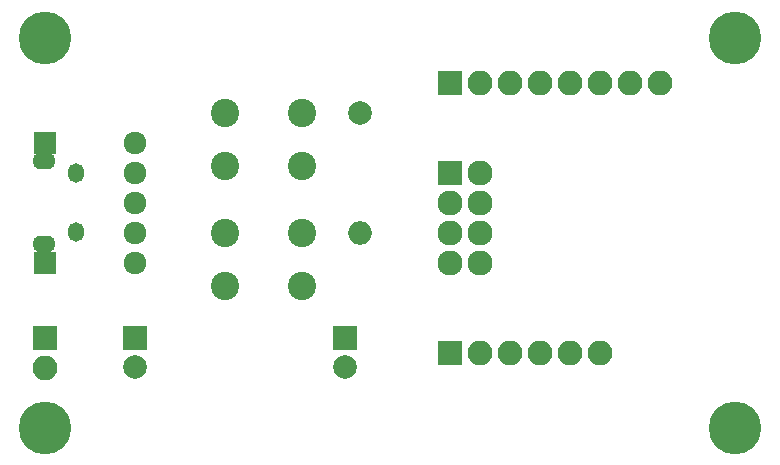
<source format=gts>
G04 #@! TF.FileFunction,Soldermask,Top*
%FSLAX46Y46*%
G04 Gerber Fmt 4.6, Leading zero omitted, Abs format (unit mm)*
G04 Created by KiCad (PCBNEW 4.0.7-e1-6374~58~ubuntu16.04.1) date Wed Aug 16 17:55:18 2017*
%MOMM*%
%LPD*%
G01*
G04 APERTURE LIST*
%ADD10C,0.100000*%
%ADD11R,2.127200X2.127200*%
%ADD12O,2.127200X2.127200*%
%ADD13R,2.000000X2.000000*%
%ADD14C,2.000000*%
%ADD15O,1.350000X1.650000*%
%ADD16O,1.950000X1.400000*%
%ADD17R,2.100000X2.100000*%
%ADD18O,2.100000X2.100000*%
%ADD19C,1.924000*%
%ADD20R,1.924000X1.924000*%
%ADD21O,2.000000X2.000000*%
%ADD22C,2.400000*%
%ADD23C,4.464000*%
G04 APERTURE END LIST*
D10*
D11*
X185420000Y-93980000D03*
D12*
X187960000Y-93980000D03*
X185420000Y-96520000D03*
X187960000Y-96520000D03*
X185420000Y-99060000D03*
X187960000Y-99060000D03*
X185420000Y-101600000D03*
X187960000Y-101600000D03*
D13*
X158750000Y-107950000D03*
D14*
X158750000Y-110450000D03*
D13*
X176530000Y-107950000D03*
D14*
X176530000Y-110450000D03*
D15*
X153750000Y-99020000D03*
X153750000Y-94020000D03*
D16*
X151050000Y-100020000D03*
X151050000Y-93020000D03*
D17*
X185420000Y-109220000D03*
D18*
X187960000Y-109220000D03*
X190500000Y-109220000D03*
X193040000Y-109220000D03*
X195580000Y-109220000D03*
X198120000Y-109220000D03*
D17*
X151130000Y-107950000D03*
D18*
X151130000Y-110490000D03*
D17*
X185420000Y-86360000D03*
D18*
X187960000Y-86360000D03*
X190500000Y-86360000D03*
X193040000Y-86360000D03*
X195580000Y-86360000D03*
X198120000Y-86360000D03*
X200660000Y-86360000D03*
X203200000Y-86360000D03*
D19*
X158750000Y-101600000D03*
X158750000Y-99060000D03*
X158750000Y-96520000D03*
X158750000Y-93980000D03*
X158750000Y-91440000D03*
D20*
X151130000Y-91440000D03*
X151130000Y-101600000D03*
D14*
X177800000Y-88900000D03*
D21*
X177800000Y-99060000D03*
D22*
X166370000Y-93400000D03*
X166370000Y-88900000D03*
X172870000Y-93400000D03*
X172870000Y-88900000D03*
X166370000Y-103560000D03*
X166370000Y-99060000D03*
X172870000Y-103560000D03*
X172870000Y-99060000D03*
D23*
X209550000Y-82550000D03*
X209550000Y-115570000D03*
X151130000Y-115570000D03*
X151130000Y-82550000D03*
M02*

</source>
